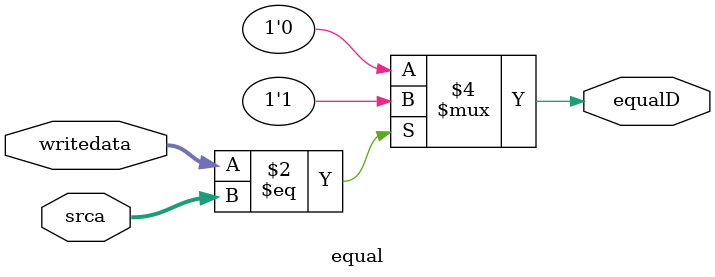
<source format=sv>
`timescale 1ns / 1ps
module datapath (
    input logic clk, reset,
    input logic memtoreg, branch, pcsrc,
    input logic alusrc, regdst,
    input logic regwrite, jump,
    input logic [2:0] alucontrol,
    input logic perfmon,
    output logic zero,
    output logic [31:0] pcF,
    input logic [31:0] instr,
    output logic [31:0] aluoutM, writedataM,
    input logic [31:0] readdata
);
    logic [31:0] aluout;
    logic [31:0] writedata;

    logic [4:0] writereg, writeregE;
    logic [31:0] pcnext, pcnextbr, pcplus4, pcbranch, pcnextplus4, pcbranchD;
    logic [31:0] signimmD, signimmsh;
    logic [31:0] srca, srcb;
    logic [31:0] result;

    logic [1:0] forwardAE, forwardBE;

    logic stallF, stallD, flushE;
    logic equalD, pcsrcD;

    logic [31:0] srcaEQ, writedataEQ;

    // next PC logic
    logic [31:0] pc;
    flopr #(32) pcreg(.d(pcplus4), .r(pcnextplus4), .q(pc), .*);

    adder pcadd1 (.a(pc), .b(32'b100), .y(pcplus4));
    adder pcadd3 (.a(pcnext), .b(32'b100), .y(pcnextplus4));

    assign pcsrcD = equalD & branch;

    always_ff @(branch, pcsrcD)
    begin
        if (pcsrcD == 1'b1) $display("Branch is taken");
        else if ((pcsrcD != 1'b1) && (branch == 1'b1)) $display("Branch not taken");
    end

    logic [31:0] pcplus4D;

    sl2 immsh(.a(signimmD), .y(signimmsh));
    adder pcadd2(.a(pcplus4D), .b(signimmsh), .y(pcbranchD));

    mux2_dontcare #(32) pcbrmux(.d0(pcplus4), .d1(pcbranchD), .s(pcsrcD), .y(pcnextbr));
    mux2_dontcare #(32) pcmux(.d0(pcnextbr), .d1({pcplus4[31:28], instr[25:0], 2'b00}), .s(jump), .y(pcnext));

    //PC->IF
    logic prev_jump;

    always_ff @(posedge clk, posedge reset) begin
        if (reset) begin
            pcF <= 32'hx;
            prev_jump <= 0;
        end else begin
            if (pcsrcD == 1'b1) begin
                pcF <= pcF;
            end else begin
                case(stallF)
                    1'bx, 1'b0: begin
                        pcF <= pc;
                        if (instr != 8'hx)
                            $display("Instruction %h entered IF stage", instr);
                    end
                    1'b1: begin
                        if (jump) begin
                            pcF <= pcnext;
                        end else begin
                            pcF <= pcF;
                        end
                        if (instr != 8'hx)
                            $display("Instruction %h stalled in IF", instr);
                    end
                endcase
            end

            prev_jump <= jump;
        end
    end

    //IF->ID
    logic [31:0] instrD;
    logic jumpD;

    always_ff @(posedge clk) begin

        if (pcsrcD == 1'b1) begin
            instrD <= 0;
            pcplus4D <= 0;
        end else begin
            case(stallD)
                1'bx, 1'b0: begin
                    instrD <= instr;
                    pcplus4D <= pcplus4;
                    jumpD <= jump;
                    if (instrD != 8'hx)
                        $display("Instruction %h entered ID stage", instrD);
                end
                1'b1: begin
                    instrD <= instrD;
                    pcplus4D <= pcplus4D;
                    jumpD <= jumpD;
                    if (instrD != 8'hx)
                        $display("Instruction %h stalled in ID", instrD);
                end
            endcase
        end
    end

    logic [4:0] rtE, rdE;
    logic regwriteW, memtoregW;
    logic [31:0] rdvalue, rdvalueE;
    logic [31:0] aluoutW, readdataW;
    logic [4:0] writeregW;
    logic regdstE;

    // register file logic
    regfile rf(.clk(clk), .we3(regwriteW), .ra1(instrD[25:21]), .ra2(instrD[20:16]), .ra3(instrD[15:11]), .wa3(writeregW), .wd3(result), .rd1(srca), .rd2(writedata), .rd3(rdvalue));
    mux2 #(5) wrmux(.d0(rtE), .d1(rdE), .s(regdstE), .y(writeregE));
    mux2 #(32) resmux(.d0(aluoutW), .d1(readdataW), .s(memtoregW), .y(result));
    signext se(.a(instrD[15:0]), .y(signimmD));

    //ID->EX
    logic regwriteE, memtoregE;
    logic [2:0] alucontrolE;
    logic alusrcE;
    logic [31:0] srcaE, srcbE, writedataE;
    logic [31:0] signimmE;
    //logic [31:0] pcplus4E;
    logic [31:0] instrE;
    logic [31:0] srcaMUX, writedataMUX;
    logic [4:0] rsE;

    logic [31:0] cycle_count, instr_count;

    always_ff @(posedge clk) begin

        if (flushE == 1'b1) begin
            regwriteE <= 0;
            memtoregE <= 0;
            alucontrolE <= 0;
            alusrcE <= 0;
            regdstE <= 0;
            srcaMUX <= 0;
            rdvalueE <= 0;
            writedataMUX <= 0;
            rtE <= 0;
            rdE <= 0;
            signimmE <= 0;
            instrE <= 0;
            rsE <= 0;
            if (instrE != 8'hx)
                $display("Instruction %h flushed in EX", instrE);
        end else begin
            regwriteE <= regwrite;
            memtoregE <= memtoreg;
            alucontrolE <= alucontrol;
            alusrcE <= alusrc;
            regdstE <= regdst;
            srcaMUX <= srca;
            rdvalueE <= rdvalue;
            writedataMUX <= writedata;
            rtE <= instrD[20:16];
            rdE <= instrD[15:11];
            
            if (perfmon) begin
                if (signimmD == 32'h0) signimmE <= cycle_count;
                else signimmE <= instr_count;
            end else begin
                signimmE <= signimmD;
            end
            
            instrE <= instrD;
            rsE <= instrD[25:21];
            if (instrE != 8'hx)
            $display("Instruction %h entered EX stage", instrE);
        end
    end

    // ALU logic

    mux3_dontcare #(32) srcamux(.d0(srcaMUX), .d1(result), .d2(aluoutM), .s(forwardAE), .y(srcaE));
    mux3_dontcare #(32) datawritemux(.d0(writedataMUX), .d1(result), .d2(aluoutM), .s(forwardBE), .y(writedataE));

    //mux2 #(32) perfmonmux(.d0(srcaE), .d1())

    mux2 #(32) srcbmux(.d0(writedataE), .d1(signimmE), .s(alusrcE), .y(srcbE));
    alu alu(.a(srcaE), .b(srcbE), .c(rdvalueE), .control(alucontrolE), .result(aluout), .zero(zero));

    hazardUnit hazardUnit(.rsD(instrD[25:21]), .rtD(instrD[20:16]), .*);

    equal #(32) equal(.srca(srcaEQ), .writedata(writedataEQ), .*);

    mux2_dontcare #(32) srcsEQMUX(.d0(srca), .d1(aluoutM), .s(forwardAD), .y(srcaEQ));
    mux2_dontcare #(32) writedataEQMUX(.d0(writedata), .d1(aluoutM), .s(forwardBD), .y(writedataEQ));


    //EX->MEM
    logic regwriteM, memtoregM;
    logic [4:0] writeregM;
    //logic [31:0] pcbranchM;
    logic [31:0] instrM;

    always_ff @(posedge clk) begin
        regwriteM <= regwriteE;
        memtoregM <= memtoregE;
        //zeroM <= zero;
        aluoutM <= aluout;
        writedataM <= writedataE;
        writeregM <= writeregE;
        //pcbranchM <= pcbranch;
        instrM <= instrE;
        if (instrM != 8'hx)
          $display("Instruction %h entered MEM stage", instrM);
    end

    //MEM->WB
    logic [31:0] instrW, prev_instr;

    always_ff @(posedge clk) begin
        regwriteW <= regwriteM;
        memtoregW <= memtoregM;
        aluoutW <= aluoutM;
        readdataW <= readdata;
        writeregW <= writeregM;
        instrW <= instrM;
        prev_instr <= instrW;
        if (instrW != 8'hx)
          $display("Instruction %h entered WB stage", instrW);
    end

    perfmon perfmon1 (.curr_instr(instrW), .*);

endmodule

module perfmon (
    input logic clk, reset,
    input logic [31:0] prev_instr, curr_instr,
    output logic [31:0] cycle_count, instr_count
);
    //logic cycle_count;
    //logic instr_count;
    
    always_ff @(posedge clk or posedge reset) begin
        if (reset) begin
            cycle_count <= 0;
            instr_count <= 0;
        end else begin
            cycle_count <= cycle_count + 1;
        
            if ((curr_instr != 1'bx))
            begin
                if (prev_instr != 1'bx) begin
                    if ((curr_instr != prev_instr))
                        instr_count <= instr_count + 1;
                end else begin
                    instr_count <= instr_count + 1;
                end 
            end
        end
    end

endmodule

module hazardUnit (
    input logic branch, memtoregE, memtoregM,
    input logic [4:0] rsD, rtD,
    input logic regwriteE, regwriteM, regwriteW,
    input logic [4:0] rsE, rtE,
    input logic [4:0] writeregE, writeregM, writeregW, 
    input logic prev_jump, jump, jumpD,
    output logic [1:0] forwardAE, forwardBE,
    output logic stallF, stallD, flushE,
    output logic forwardAD, forwardBD
);

logic lwstall;
logic branchstall;
logic jumpstall;

always_comb begin

    if ((rsE != 5'b00000) && (rsE == writeregM) && regwriteM) forwardAE = 2'b10;
    else if ((rsE != 5'b00000) && (rsE == writeregW) && regwriteW) forwardAE = 2'b01;
    else forwardAE = 2'b00;

    if ((rtE != 5'b00000) && (rtE == writeregM) && regwriteM) forwardBE = 2'b10;
    else if ((rtE != 5'b00000) && (rtE == writeregW) && regwriteW) forwardBE = 2'b01;
    else forwardBE = 2'b00;

    lwstall = ((rsD == rtE) || (rtD == rtE)) && memtoregE;

    forwardAD = ((rsD != 0) && (rsD == writeregM) && regwriteM);
    forwardBD = ((rtD != 0) && (rtD == writeregM) && regwriteM);

    branchstall =   (branch && regwriteE && ((writeregE == rsD) || (writeregE == rtD))) ||
                    (branch && memtoregM && ((writeregM ==rsD) || (writeregM==rtD)));

    jumpstall = prev_jump ^ (jump | jumpD);

    stallF = lwstall || branchstall || jumpstall;
    stallD = lwstall || branchstall;
    flushE = lwstall || branchstall;

end

endmodule 


//////////////////////////////////////////////////////////////////////
// Register File Module
//////////////////////////////////////////////////////////////////////
module regfile (
    input  logic        clk,
    input  logic        we3,
    input  logic [4:0]  ra1, ra2, ra3, wa3,
    input  logic [31:0] wd3,
    output logic [31:0] rd1, rd2, rd3
);

    logic [31:0] rf[31:0];

    // Write logic
    always_ff @(posedge clk) begin
        if (we3 && wa3 != 0)
            rf[wa3] <= wd3;
    end

    // Read logic with write-before-read bypass
    assign rd1 = (ra1 == 0)        ? 32'b0 :
                 (ra1 == wa3 && we3) ? wd3  : rf[ra1];

    assign rd2 = (ra2 == 0)        ? 32'b0 :
                 (ra2 == wa3 && we3) ? wd3  : rf[ra2];

    assign rd3 = (ra3 == 0)        ? 32'b0 :
                 (ra3 == wa3 && we3) ? wd3  : rf[ra3];

endmodule


//////////////////////////////////////////////////////////////////////
// ALU Module
////////////////////////////////////////////////////////////////////// 
module alu(
    input  logic [31:0] a,
    input  logic [31:0] b,
    input  logic [31:0] c,
    input  logic [2:0] control,
    output logic [31:0] result,
    output logic zero
);

    parameter ALU_AND = 3'b000;
    parameter ALU_OR  = 3'b001;
    parameter ALU_ADD = 3'b010;
    parameter ALU_SUB = 3'b110;
    parameter ALU_SLT = 3'b111;
    parameter ALU_MULADD = 3'b011; //NEW INSTR MULADD
    
    always_comb begin
        case(control)
            ALU_AND:    result = a & b;                     // AND
            ALU_OR:     result = a | b;                     // OR
            ALU_ADD:    result = a + b;                     // ADD
            ALU_SUB:    result = a - b;                     // SUB
            ALU_SLT:    result = ($signed(a) < $signed(b)); // Set Less Than (signed)
            ALU_MULADD: result = (a*b[31:0]) + c; 
            default: result = 32'bx;                     // Undefined operation
        endcase
    end

    assign zero = (result == 32'b0);

endmodule

//////////////////////////////////////////////////////////////////////
// Adder Module
//////////////////////////////////////////////////////////////////////
module adder(
    input  logic [31:0] a, b,
    output logic [31:0] y
);
    assign y = a + b;
endmodule


//////////////////////////////////////////////////////////////////////
// 2-to-1 Multiplexer Module
//////////////////////////////////////////////////////////////////////
module mux2 # (parameter WIDTH = 8)(
    input  logic [WIDTH-1:0] d0, d1,
    input  logic s,
    output logic [WIDTH-1:0] y
);
    assign y = s ? d1 : d0;
endmodule


//////////////////////////////////////////////////////////////////////
// Shift Left by 2 Module
//////////////////////////////////////////////////////////////////////
module sl2 (
    input  logic [31:0] a,
    output logic [31:0] y 
);
    assign y = {a[29:0], 2'b00};
endmodule


//////////////////////////////////////////////////////////////////////
// Sign Extension Module
//////////////////////////////////////////////////////////////////////
module signext (
    input  logic [15:0] a,
    output logic [31:0] y 
);
    assign y = {{16{a[15]}}, a};
endmodule


//////////////////////////////////////////////////////////////////////
// Flop Register Module
//////////////////////////////////////////////////////////////////////
module flopr # (parameter WIDTH = 8)(
    input logic stallF, jump,
    input  logic clk, reset,
    input  logic [WIDTH-1:0] d, r,
    output logic [WIDTH-1:0] q
);
    always_ff @(posedge clk, posedge reset) begin
        if (reset) q <= 0;
        else begin
            case({stallF,jump})
                2'b00 : q <= d;
                2'bxx : q <= d;
                2'b10 : q <= q;
                2'b11 : q <= r;
            endcase
        end
    end
endmodule

module mux2_dontcare #(parameter WIDTH = 8)(
    input logic [WIDTH-1:0] d0, d1,
    input logic s,
    output logic [WIDTH-1:0] y
);
    always_ff @(*) begin
        case(s)
            1'b0 : y <= d0;
            1'bx : y <= d0;
            1'b1 : y <= d1;
        endcase
    end
endmodule

module mux3_dontcare #(parameter WIDTH = 8)(
    input logic [WIDTH-1:0] d0, d1, d2,
    input logic [1:0] s,
    output logic [WIDTH-1:0] y
);
    always_ff @(*) begin
        case(s)
            2'bxx : y <= d0;
            2'b00 : y <= d0;
            2'b01 : y <= d1;
            2'b10 : y <= d2;
            //2'b11 : y <= y;
        endcase
    end
endmodule

module equal #(parameter WIDTH = 8)(
    input logic [WIDTH-1:0] srca, writedata,
    output logic equalD
);

    always_comb begin
        if (writedata == srca) equalD = 1'b1;
        else equalD = 1'b0;
    end
endmodule

</source>
